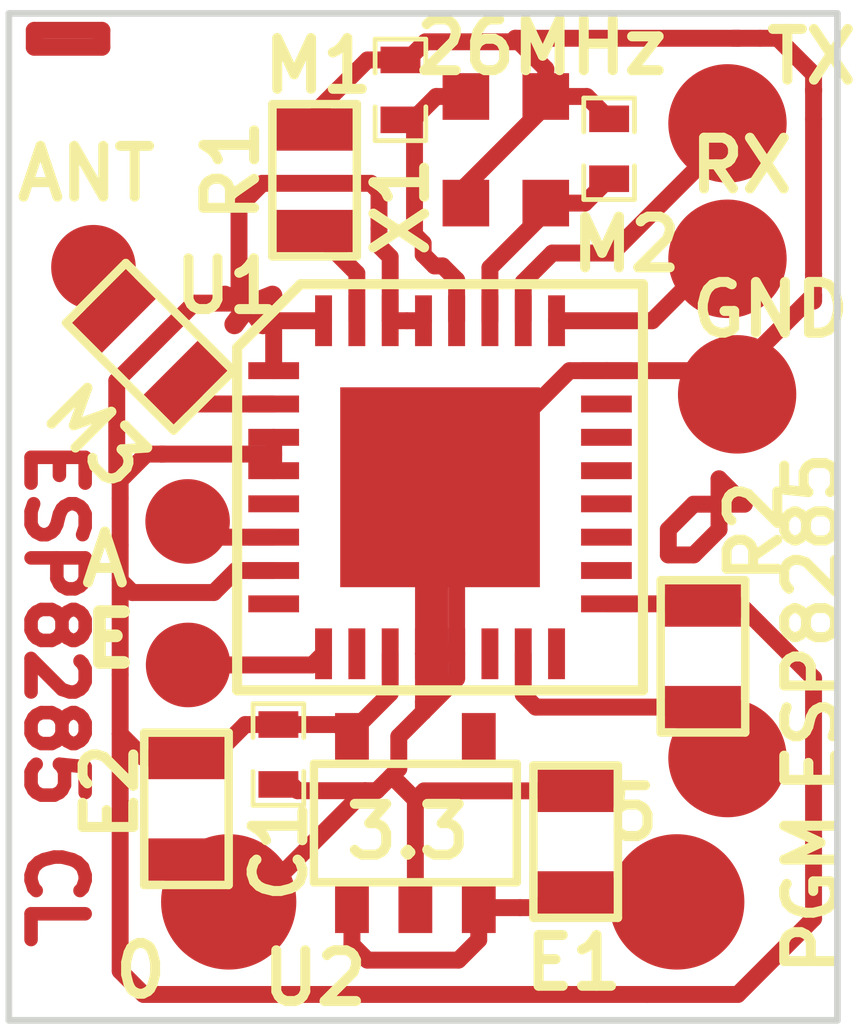
<source format=kicad_pcb>
(kicad_pcb (version 3) (host pcbnew "(2013-jul-07)-stable")

  (general
    (links 42)
    (no_connects 0)
    (area 37.863539 30.916387 54.241346 47.0523)
    (thickness 1.6)
    (drawings 6)
    (tracks 189)
    (zones 0)
    (modules 20)
    (nets 14)
  )

  (page User 139.7 139.7)
  (layers
    (15 F.Cu signal)
    (0 B.Cu signal)
    (16 B.Adhes user)
    (17 F.Adhes user)
    (18 B.Paste user)
    (19 F.Paste user)
    (20 B.SilkS user)
    (21 F.SilkS user)
    (22 B.Mask user)
    (23 F.Mask user)
    (24 Dwgs.User user)
    (25 Cmts.User user)
    (26 Eco1.User user)
    (27 Eco2.User user)
    (28 Edge.Cuts user)
  )

  (setup
    (last_trace_width 0.254)
    (trace_clearance 0.2413)
    (zone_clearance 0.508)
    (zone_45_only no)
    (trace_min 0.254)
    (segment_width 0.2)
    (edge_width 0.1)
    (via_size 0.889)
    (via_drill 0.635)
    (via_min_size 0.889)
    (via_min_drill 0.508)
    (uvia_size 0.508)
    (uvia_drill 0.127)
    (uvias_allowed no)
    (uvia_min_size 0.508)
    (uvia_min_drill 0.127)
    (pcb_text_width 0.3)
    (pcb_text_size 1.5 1.5)
    (mod_edge_width 0.15)
    (mod_text_size 0.762 0.762)
    (mod_text_width 0.15)
    (pad_size 1.27 1.27)
    (pad_drill 0)
    (pad_to_mask_clearance 0)
    (aux_axis_origin 0 0)
    (visible_elements FFFFFFBF)
    (pcbplotparams
      (layerselection 32768)
      (usegerberextensions false)
      (excludeedgelayer true)
      (linewidth 0.150000)
      (plotframeref false)
      (viasonmask false)
      (mode 1)
      (useauxorigin false)
      (hpglpennumber 1)
      (hpglpenspeed 20)
      (hpglpendiameter 15)
      (hpglpenoverlay 2)
      (psnegative false)
      (psa4output false)
      (plotreference true)
      (plotvalue true)
      (plotothertext true)
      (plotinvisibletext false)
      (padsonsilk false)
      (subtractmaskfromsilk false)
      (outputformat 2)
      (mirror false)
      (drillshape 0)
      (scaleselection 1)
      (outputdirectory ""))
  )

  (net 0 "")
  (net 1 +3.3V)
  (net 2 +5V)
  (net 3 GND)
  (net 4 N-0000010)
  (net 5 N-0000011)
  (net 6 N-0000012)
  (net 7 N-0000013)
  (net 8 N-0000014)
  (net 9 N-000002)
  (net 10 N-000006)
  (net 11 N-000007)
  (net 12 N-000008)
  (net 13 N-000009)

  (net_class Default "This is the default net class."
    (clearance 0.2413)
    (trace_width 0.254)
    (via_dia 0.889)
    (via_drill 0.635)
    (uvia_dia 0.508)
    (uvia_drill 0.127)
    (add_net "")
    (add_net +3.3V)
    (add_net +5V)
    (add_net GND)
    (add_net N-0000010)
    (add_net N-0000011)
    (add_net N-0000012)
    (add_net N-0000013)
    (add_net N-0000014)
    (add_net N-000002)
    (add_net N-000006)
    (add_net N-000007)
    (add_net N-000008)
    (add_net N-000009)
  )

  (module SOT23-5 (layer F.Cu) (tedit 5772D88E) (tstamp 576E2ACE)
    (at 47.12716 44.02836)
    (path /576C1E1A)
    (attr smd)
    (fp_text reference U2 (at -1.50876 2.32664) (layer F.SilkS)
      (effects (font (size 0.762 0.762) (thickness 0.15)))
    )
    (fp_text value 3.3 (at -0.11176 0.12954) (layer F.SilkS)
      (effects (font (size 0.762 0.762) (thickness 0.15)))
    )
    (fp_line (start 1.524 -0.889) (end 1.524 0.889) (layer F.SilkS) (width 0.127))
    (fp_line (start 1.524 0.889) (end -1.524 0.889) (layer F.SilkS) (width 0.127))
    (fp_line (start -1.524 0.889) (end -1.524 -0.889) (layer F.SilkS) (width 0.127))
    (fp_line (start -1.524 -0.889) (end 1.524 -0.889) (layer F.SilkS) (width 0.127))
    (pad 1 smd rect (at -0.9525 1.27) (size 0.508 0.762)
      (layers F.Cu F.Paste F.Mask)
      (net 2 +5V)
    )
    (pad 3 smd rect (at 0.9525 1.27) (size 0.508 0.762)
      (layers F.Cu F.Paste F.Mask)
      (net 2 +5V)
    )
    (pad 5 smd rect (at -0.9525 -1.27) (size 0.508 0.762)
      (layers F.Cu F.Paste F.Mask)
      (net 1 +3.3V)
    )
    (pad 2 smd rect (at 0 1.27) (size 0.508 0.762)
      (layers F.Cu F.Paste F.Mask)
      (net 3 GND)
    )
    (pad 4 smd rect (at 0.9525 -1.27) (size 0.508 0.762)
      (layers F.Cu F.Paste F.Mask)
    )
    (model smd/SOT23_5.wrl
      (at (xyz 0 0 0))
      (scale (xyz 0.1 0.1 0.1))
      (rotate (xyz 0 0 0))
    )
  )

  (module SM0603 (layer F.Cu) (tedit 5772D7B7) (tstamp 576E2AE5)
    (at 43.13682 36.8808 315)
    (path /576C1959)
    (attr smd)
    (fp_text reference M3 (at 0.389743 1.514071 315) (layer F.SilkS)
      (effects (font (size 0.762 0.762) (thickness 0.15)))
    )
    (fp_text value 5.6p (at 0 0 315) (layer F.SilkS) hide
      (effects (font (size 0.762 0.762) (thickness 0.15)))
    )
    (fp_line (start -1.143 -0.635) (end 1.143 -0.635) (layer F.SilkS) (width 0.127))
    (fp_line (start 1.143 -0.635) (end 1.143 0.635) (layer F.SilkS) (width 0.127))
    (fp_line (start 1.143 0.635) (end -1.143 0.635) (layer F.SilkS) (width 0.127))
    (fp_line (start -1.143 0.635) (end -1.143 -0.635) (layer F.SilkS) (width 0.127))
    (pad 1 smd rect (at -0.762 0 315) (size 0.635 1.143)
      (layers F.Cu F.Paste F.Mask)
      (net 8 N-0000014)
    )
    (pad 2 smd rect (at 0.762 0 315) (size 0.635 1.143)
      (layers F.Cu F.Paste F.Mask)
      (net 5 N-0000011)
    )
    (model smd\resistors\R0603.wrl
      (at (xyz 0 0 0.001))
      (scale (xyz 0.5 0.5 0.5))
      (rotate (xyz 0 0 0))
    )
  )

  (module SM0603 (layer F.Cu) (tedit 5772D8B0) (tstamp 576E2AF9)
    (at 51.4477 41.52646 270)
    (path /576C24A9)
    (attr smd)
    (fp_text reference R2 (at -1.87706 -0.77216 270) (layer F.SilkS)
      (effects (font (size 0.762 0.762) (thickness 0.15)))
    )
    (fp_text value 12k (at 0 0 270) (layer F.SilkS) hide
      (effects (font (size 0.762 0.762) (thickness 0.15)))
    )
    (fp_line (start -1.143 -0.635) (end 1.143 -0.635) (layer F.SilkS) (width 0.127))
    (fp_line (start 1.143 -0.635) (end 1.143 0.635) (layer F.SilkS) (width 0.127))
    (fp_line (start 1.143 0.635) (end -1.143 0.635) (layer F.SilkS) (width 0.127))
    (fp_line (start -1.143 0.635) (end -1.143 -0.635) (layer F.SilkS) (width 0.127))
    (pad 1 smd rect (at -0.762 0 270) (size 0.635 1.143)
      (layers F.Cu F.Paste F.Mask)
      (net 1 +3.3V)
    )
    (pad 2 smd rect (at 0.762 0 270) (size 0.635 1.143)
      (layers F.Cu F.Paste F.Mask)
      (net 12 N-000008)
    )
    (model smd\resistors\R0603.wrl
      (at (xyz 0 0 0.001))
      (scale (xyz 0.5 0.5 0.5))
      (rotate (xyz 0 0 0))
    )
  )

  (module QFN32 (layer F.Cu) (tedit 5772DCD1) (tstamp 576E2B24)
    (at 47.498 38.989)
    (descr "Support CMS Plcc 32 pins")
    (tags "CMS Plcc")
    (path /576C192F)
    (attr smd)
    (fp_text reference U1 (at -3.198 -3.019) (layer F.SilkS)
      (effects (font (size 0.762 0.762) (thickness 0.15)))
    )
    (fp_text value ESP8285 (at 5.588 2.032 90) (layer F.SilkS)
      (effects (font (size 0.762 0.762) (thickness 0.15)))
    )
    (fp_line (start -2.0955 -3.048) (end 2.0955 -3.048) (layer F.SilkS) (width 0.1524))
    (fp_line (start 2.0955 -3.048) (end 3.048 -3.048) (layer F.SilkS) (width 0.1524))
    (fp_line (start 3.048 -3.048) (end 3.048 3.048) (layer F.SilkS) (width 0.1524))
    (fp_line (start 3.048 3.048) (end -3.048 3.048) (layer F.SilkS) (width 0.1524))
    (fp_line (start -3.048 3.048) (end -3.048 -2.0955) (layer F.SilkS) (width 0.1524))
    (fp_line (start -3.048 -2.0955) (end -2.0955 -3.048) (layer F.SilkS) (width 0.1524))
    (pad 31 smd rect (at -1.24968 -2.49936) (size 0.254 0.762)
      (layers F.Cu F.Paste F.Mask)
      (net 7 N-0000013)
    )
    (pad 30 smd rect (at -0.7493 -2.49936) (size 0.254 0.762)
      (layers F.Cu F.Paste F.Mask)
      (net 1 +3.3V)
    )
    (pad 29 smd rect (at -0.24892 -2.49936) (size 0.254 0.762)
      (layers F.Cu F.Paste F.Mask)
      (net 1 +3.3V)
    )
    (pad 32 smd rect (at -1.75006 -2.49936) (size 0.254 0.762)
      (layers F.Cu F.Paste F.Mask)
      (net 1 +3.3V)
    )
    (pad 1 smd rect (at -2.49936 -1.75006 90) (size 0.254 0.762)
      (layers F.Cu F.Paste F.Mask)
      (net 1 +3.3V)
    )
    (pad 2 smd rect (at -2.49936 -1.24968 90) (size 0.254 0.762)
      (layers F.Cu F.Paste F.Mask)
      (net 5 N-0000011)
    )
    (pad 3 smd rect (at -2.49936 -0.7493 90) (size 0.254 0.762)
      (layers F.Cu F.Paste F.Mask)
      (net 1 +3.3V)
    )
    (pad 4 smd rect (at -2.49936 -0.24892 90) (size 0.254 0.762)
      (layers F.Cu F.Paste F.Mask)
      (net 1 +3.3V)
    )
    (pad 5 smd rect (at -2.49936 0.24892 90) (size 0.254 0.762)
      (layers F.Cu F.Paste F.Mask)
    )
    (pad 6 smd rect (at -2.49936 0.7493 90) (size 0.254 0.762)
      (layers F.Cu F.Paste F.Mask)
      (net 9 N-000002)
    )
    (pad 7 smd rect (at -2.49936 1.24968 90) (size 0.254 0.762)
      (layers F.Cu F.Paste F.Mask)
      (net 1 +3.3V)
    )
    (pad 8 smd rect (at -2.49936 1.75006 90) (size 0.254 0.762)
      (layers F.Cu F.Paste F.Mask)
    )
    (pad 16 smd rect (at 1.75006 2.49936) (size 0.254 0.762)
      (layers F.Cu F.Paste F.Mask)
    )
    (pad 9 smd rect (at -1.75006 2.49936) (size 0.254 0.762)
      (layers F.Cu F.Paste F.Mask)
      (net 13 N-000009)
    )
    (pad 10 smd rect (at -1.24968 2.49936) (size 0.254 0.762)
      (layers F.Cu F.Paste F.Mask)
    )
    (pad 11 smd rect (at -0.7493 2.49936) (size 0.254 0.762)
      (layers F.Cu F.Paste F.Mask)
      (net 1 +3.3V)
    )
    (pad 12 smd rect (at -0.24892 2.49936) (size 0.254 0.762)
      (layers F.Cu F.Paste F.Mask)
      (net 3 GND)
    )
    (pad 13 smd rect (at 0.24892 2.49936) (size 0.254 0.762)
      (layers F.Cu F.Paste F.Mask)
      (net 3 GND)
    )
    (pad 14 smd rect (at 0.7493 2.49936) (size 0.254 0.762)
      (layers F.Cu F.Paste F.Mask)
    )
    (pad 15 smd rect (at 1.24968 2.49936) (size 0.254 0.762)
      (layers F.Cu F.Paste F.Mask)
      (net 12 N-000008)
    )
    (pad 17 smd rect (at 2.49936 1.75006 90) (size 0.254 0.762)
      (layers F.Cu F.Paste F.Mask)
      (net 1 +3.3V)
    )
    (pad 18 smd rect (at 2.49936 1.24968 90) (size 0.254 0.762)
      (layers F.Cu F.Paste F.Mask)
    )
    (pad 19 smd rect (at 2.49936 0.7493 90) (size 0.254 0.762)
      (layers F.Cu F.Paste F.Mask)
    )
    (pad 20 smd rect (at 2.49936 0.24892 90) (size 0.254 0.762)
      (layers F.Cu F.Paste F.Mask)
    )
    (pad 21 smd rect (at 2.49936 -0.24892 90) (size 0.254 0.762)
      (layers F.Cu F.Paste F.Mask)
    )
    (pad 22 smd rect (at 2.49936 -0.7493 90) (size 0.254 0.762)
      (layers F.Cu F.Paste F.Mask)
    )
    (pad 23 smd rect (at 2.49936 -1.24968 90) (size 0.254 0.762)
      (layers F.Cu F.Paste F.Mask)
    )
    (pad 24 smd rect (at 2.49936 -1.75006 90) (size 0.254 0.762)
      (layers F.Cu F.Paste F.Mask)
      (net 3 GND)
    )
    (pad 25 smd rect (at 1.75006 -2.49936) (size 0.254 0.762)
      (layers F.Cu F.Paste F.Mask)
      (net 11 N-000007)
    )
    (pad 26 smd rect (at 1.24968 -2.49936) (size 0.254 0.762)
      (layers F.Cu F.Paste F.Mask)
      (net 10 N-000006)
    )
    (pad 27 smd rect (at 0.7493 -2.49936) (size 0.254 0.762)
      (layers F.Cu F.Paste F.Mask)
      (net 6 N-0000012)
    )
    (pad 28 smd rect (at 0.24892 -2.49936) (size 0.254 0.762)
      (layers F.Cu F.Paste F.Mask)
      (net 4 N-0000010)
    )
    (pad 33 smd rect (at 0 0) (size 2.99974 2.99974)
      (layers F.Cu F.Paste F.Mask)
      (net 3 GND)
    )
  )

  (module .1SMTPIN (layer F.Cu) (tedit 5772DDF2) (tstamp 576E2B63)
    (at 42.291 35.687)
    (path /576C1D0E)
    (fp_text reference P4 (at 0 0) (layer F.SilkS) hide
      (effects (font (size 0.762 0.762) (thickness 0.15)))
    )
    (fp_text value ANT (at -0.10668 -1.40462) (layer F.SilkS)
      (effects (font (size 0.762 0.762) (thickness 0.15)))
    )
    (pad 1 smd circle (at 0 0) (size 1.27 1.27)
      (layers F.Cu F.Paste F.Mask)
      (net 8 N-0000014)
    )
  )

  (module .1SMTPIN (layer F.Cu) (tedit 5772DBB3) (tstamp 576E2B68)
    (at 51.816 33.528)
    (path /576C2572)
    (fp_text reference P2 (at -0.07 1.6 90) (layer F.SilkS) hide
      (effects (font (size 0.762 0.762) (thickness 0.15)))
    )
    (fp_text value TX (at 1.26238 -1.00076) (layer F.SilkS)
      (effects (font (size 0.762 0.762) (thickness 0.15)))
    )
    (pad 1 smd circle (at 0 0) (size 1.778 1.778)
      (layers F.Cu F.Paste F.Mask)
      (net 10 N-000006)
    )
  )

  (module .1SMTPIN (layer F.Cu) (tedit 5772D48E) (tstamp 576C3082)
    (at 51.816 35.56)
    (path /576C2578)
    (fp_text reference P1 (at 0 0) (layer F.SilkS) hide
      (effects (font (size 0.762 0.762) (thickness 0.15)))
    )
    (fp_text value RX (at 0.21 -1.4) (layer F.SilkS)
      (effects (font (size 0.762 0.762) (thickness 0.15)))
    )
    (pad 1 smd circle (at 0 0) (size 1.778 1.778)
      (layers F.Cu F.Paste F.Mask)
      (net 11 N-000007)
    )
  )

  (module .1SMTPIN (layer F.Cu) (tedit 5772D48A) (tstamp 576E2B72)
    (at 51.96078 37.59454)
    (path /576C257E)
    (fp_text reference P3 (at 0 0) (layer F.SilkS) hide
      (effects (font (size 0.762 0.762) (thickness 0.15)))
    )
    (fp_text value GND (at 0.5 -1.27) (layer F.SilkS)
      (effects (font (size 0.762 0.762) (thickness 0.15)))
    )
    (pad 1 smd circle (at 0 0) (size 1.778 1.778)
      (layers F.Cu F.Paste F.Mask)
      (net 3 GND)
    )
  )

  (module XTAL4TINY (layer F.Cu) (tedit 5772DBAE) (tstamp 576C2761)
    (at 48.48606 33.92424 270)
    (path /576C19C1)
    (fp_text reference X1 (at 0.84836 1.57226 270) (layer F.SilkS)
      (effects (font (size 0.762 0.762) (thickness 0.15)))
    )
    (fp_text value 26MHz (at -1.53924 -0.53594 360) (layer F.SilkS)
      (effects (font (size 0.762 0.762) (thickness 0.15)))
    )
    (pad 1 smd rect (at -0.8 0.6 270) (size 0.7 0.7)
      (layers F.Cu F.Paste F.Mask)
      (net 4 N-0000010)
    )
    (pad 2 smd rect (at 0.8 -0.6 270) (size 0.7 0.7)
      (layers F.Cu F.Paste F.Mask)
      (net 6 N-0000012)
    )
    (pad 3 smd rect (at -0.8 -0.6 270) (size 0.7 0.7)
      (layers F.Cu F.Paste F.Mask)
      (net 3 GND)
    )
    (pad 4 smd rect (at 0.8 0.6 270) (size 0.7 0.7)
      (layers F.Cu F.Paste F.Mask)
      (net 3 GND)
    )
  )

  (module SM0402 (layer F.Cu) (tedit 5772D79C) (tstamp 576C2BBA)
    (at 46.90364 33.02508 90)
    (path /576C2FB6)
    (attr smd)
    (fp_text reference M1 (at 0.36068 -1.23444 180) (layer F.SilkS)
      (effects (font (size 0.762 0.762) (thickness 0.15)))
    )
    (fp_text value 5.6p (at 0.09906 0 90) (layer F.SilkS) hide
      (effects (font (size 0.762 0.762) (thickness 0.15)))
    )
    (fp_line (start -0.254 -0.381) (end -0.762 -0.381) (layer F.SilkS) (width 0.07112))
    (fp_line (start -0.762 -0.381) (end -0.762 0.381) (layer F.SilkS) (width 0.07112))
    (fp_line (start -0.762 0.381) (end -0.254 0.381) (layer F.SilkS) (width 0.07112))
    (fp_line (start 0.254 -0.381) (end 0.762 -0.381) (layer F.SilkS) (width 0.07112))
    (fp_line (start 0.762 -0.381) (end 0.762 0.381) (layer F.SilkS) (width 0.07112))
    (fp_line (start 0.762 0.381) (end 0.254 0.381) (layer F.SilkS) (width 0.07112))
    (pad 1 smd rect (at -0.44958 0 90) (size 0.39878 0.59944)
      (layers F.Cu F.Paste F.Mask)
      (net 4 N-0000010)
    )
    (pad 2 smd rect (at 0.44958 0 90) (size 0.39878 0.59944)
      (layers F.Cu F.Paste F.Mask)
      (net 3 GND)
    )
    (model smd\chip_cms.wrl
      (at (xyz 0 0 0.002))
      (scale (xyz 0.05 0.05 0.05))
      (rotate (xyz 0 0 0))
    )
  )

  (module SM0402 (layer F.Cu) (tedit 5772D7AF) (tstamp 576C2BC6)
    (at 50.038 33.909 90)
    (path /576C2CF8)
    (attr smd)
    (fp_text reference M2 (at -1.4351 0.25654 180) (layer F.SilkS)
      (effects (font (size 0.762 0.762) (thickness 0.15)))
    )
    (fp_text value 5.6p (at 0.09906 0 90) (layer F.SilkS) hide
      (effects (font (size 0.762 0.762) (thickness 0.15)))
    )
    (fp_line (start -0.254 -0.381) (end -0.762 -0.381) (layer F.SilkS) (width 0.07112))
    (fp_line (start -0.762 -0.381) (end -0.762 0.381) (layer F.SilkS) (width 0.07112))
    (fp_line (start -0.762 0.381) (end -0.254 0.381) (layer F.SilkS) (width 0.07112))
    (fp_line (start 0.254 -0.381) (end 0.762 -0.381) (layer F.SilkS) (width 0.07112))
    (fp_line (start 0.762 -0.381) (end 0.762 0.381) (layer F.SilkS) (width 0.07112))
    (fp_line (start 0.762 0.381) (end 0.254 0.381) (layer F.SilkS) (width 0.07112))
    (pad 1 smd rect (at -0.44958 0 90) (size 0.39878 0.59944)
      (layers F.Cu F.Paste F.Mask)
      (net 6 N-0000012)
    )
    (pad 2 smd rect (at 0.44958 0 90) (size 0.39878 0.59944)
      (layers F.Cu F.Paste F.Mask)
      (net 3 GND)
    )
    (model smd\chip_cms.wrl
      (at (xyz 0 0 0.002))
      (scale (xyz 0.05 0.05 0.05))
      (rotate (xyz 0 0 0))
    )
  )

  (module SM0603 (layer F.Cu) (tedit 576C540A) (tstamp 576E2AEF)
    (at 45.61332 34.38144 270)
    (path /576C1B09)
    (attr smd)
    (fp_text reference R1 (at -0.15 1.253 270) (layer F.SilkS)
      (effects (font (size 0.762 0.762) (thickness 0.15)))
    )
    (fp_text value 12k (at 0 0 270) (layer F.SilkS) hide
      (effects (font (size 0.762 0.762) (thickness 0.15)))
    )
    (fp_line (start -1.143 -0.635) (end 1.143 -0.635) (layer F.SilkS) (width 0.127))
    (fp_line (start 1.143 -0.635) (end 1.143 0.635) (layer F.SilkS) (width 0.127))
    (fp_line (start 1.143 0.635) (end -1.143 0.635) (layer F.SilkS) (width 0.127))
    (fp_line (start -1.143 0.635) (end -1.143 -0.635) (layer F.SilkS) (width 0.127))
    (pad 1 smd rect (at -0.762 0 270) (size 0.635 1.143)
      (layers F.Cu F.Paste F.Mask)
      (net 3 GND)
    )
    (pad 2 smd rect (at 0.762 0 270) (size 0.635 1.143)
      (layers F.Cu F.Paste F.Mask)
      (net 7 N-0000013)
    )
    (model smd\resistors\R0603.wrl
      (at (xyz 0 0 0.001))
      (scale (xyz 0.5 0.5 0.5))
      (rotate (xyz 0 0 0))
    )
  )

  (module .1SMTPIN (layer F.Cu) (tedit 5772DD68) (tstamp 576C3DA8)
    (at 43.70324 39.50208)
    (path /576C2F50)
    (fp_text reference P5 (at 0.56 -1.13) (layer F.SilkS) hide
      (effects (font (size 0.762 0.762) (thickness 0.15)))
    )
    (fp_text value A (at -1.24 0.57) (layer F.SilkS)
      (effects (font (size 0.762 0.762) (thickness 0.15)))
    )
    (pad 1 smd circle (at 0.00254 0) (size 1.27 1.27)
      (layers F.Cu F.Paste F.Mask)
      (net 9 N-000002)
    )
  )

  (module SM0603 (layer F.Cu) (tedit 5772DB81) (tstamp 576C36C2)
    (at 43.688 43.815 90)
    (path /576C3722)
    (attr smd)
    (fp_text reference E2 (at 0.254 -1.143 90) (layer F.SilkS)
      (effects (font (size 0.762 0.762) (thickness 0.15)))
    )
    (fp_text value 10u (at 0 0 90) (layer F.SilkS) hide
      (effects (font (size 0.762 0.762) (thickness 0.15)))
    )
    (fp_line (start -1.143 -0.635) (end 1.143 -0.635) (layer F.SilkS) (width 0.127))
    (fp_line (start 1.143 -0.635) (end 1.143 0.635) (layer F.SilkS) (width 0.127))
    (fp_line (start 1.143 0.635) (end -1.143 0.635) (layer F.SilkS) (width 0.127))
    (fp_line (start -1.143 0.635) (end -1.143 -0.635) (layer F.SilkS) (width 0.127))
    (pad 1 smd rect (at -0.762 0 90) (size 0.635 1.143)
      (layers F.Cu F.Paste F.Mask)
      (net 3 GND)
    )
    (pad 2 smd rect (at 0.762 0 90) (size 0.635 1.143)
      (layers F.Cu F.Paste F.Mask)
      (net 1 +3.3V)
    )
    (model smd\resistors\R0603.wrl
      (at (xyz 0 0 0.001))
      (scale (xyz 0.5 0.5 0.5))
      (rotate (xyz 0 0 0))
    )
  )

  (module SM0603 (layer F.Cu) (tedit 5772D7C8) (tstamp 576C36CC)
    (at 49.53508 44.30776 270)
    (path /576C372A)
    (attr smd)
    (fp_text reference E1 (at 1.81864 0.03048 360) (layer F.SilkS)
      (effects (font (size 0.762 0.762) (thickness 0.15)))
    )
    (fp_text value 10u (at 0 0 270) (layer F.SilkS) hide
      (effects (font (size 0.762 0.762) (thickness 0.15)))
    )
    (fp_line (start -1.143 -0.635) (end 1.143 -0.635) (layer F.SilkS) (width 0.127))
    (fp_line (start 1.143 -0.635) (end 1.143 0.635) (layer F.SilkS) (width 0.127))
    (fp_line (start 1.143 0.635) (end -1.143 0.635) (layer F.SilkS) (width 0.127))
    (fp_line (start -1.143 0.635) (end -1.143 -0.635) (layer F.SilkS) (width 0.127))
    (pad 1 smd rect (at -0.762 0 270) (size 0.635 1.143)
      (layers F.Cu F.Paste F.Mask)
      (net 3 GND)
    )
    (pad 2 smd rect (at 0.762 0 270) (size 0.635 1.143)
      (layers F.Cu F.Paste F.Mask)
      (net 2 +5V)
    )
    (model smd\resistors\R0603.wrl
      (at (xyz 0 0 0.001))
      (scale (xyz 0.5 0.5 0.5))
      (rotate (xyz 0 0 0))
    )
  )

  (module SM0402 (layer F.Cu) (tedit 5772DB86) (tstamp 576C36D8)
    (at 45.06976 42.99966 90)
    (path /576C2DFD)
    (attr smd)
    (fp_text reference C1 (at -1.45034 0.01524 90) (layer F.SilkS)
      (effects (font (size 0.762 0.762) (thickness 0.15)))
    )
    (fp_text value .1u (at 0.09906 0 90) (layer F.SilkS) hide
      (effects (font (size 0.762 0.762) (thickness 0.15)))
    )
    (fp_line (start -0.254 -0.381) (end -0.762 -0.381) (layer F.SilkS) (width 0.07112))
    (fp_line (start -0.762 -0.381) (end -0.762 0.381) (layer F.SilkS) (width 0.07112))
    (fp_line (start -0.762 0.381) (end -0.254 0.381) (layer F.SilkS) (width 0.07112))
    (fp_line (start 0.254 -0.381) (end 0.762 -0.381) (layer F.SilkS) (width 0.07112))
    (fp_line (start 0.762 -0.381) (end 0.762 0.381) (layer F.SilkS) (width 0.07112))
    (fp_line (start 0.762 0.381) (end 0.254 0.381) (layer F.SilkS) (width 0.07112))
    (pad 1 smd rect (at -0.44958 0 90) (size 0.39878 0.59944)
      (layers F.Cu F.Paste F.Mask)
      (net 3 GND)
    )
    (pad 2 smd rect (at 0.44958 0 90) (size 0.39878 0.59944)
      (layers F.Cu F.Paste F.Mask)
      (net 1 +3.3V)
    )
    (model smd\chip_cms.wrl
      (at (xyz 0 0 0.002))
      (scale (xyz 0.05 0.05 0.05))
      (rotate (xyz 0 0 0))
    )
  )

  (module .1SMTPIN (layer F.Cu) (tedit 5772D8D9) (tstamp 576C36F5)
    (at 51.054 45.212)
    (path /576C373C)
    (fp_text reference P7 (at 0 0) (layer F.SilkS) hide
      (effects (font (size 0.762 0.762) (thickness 0.15)))
    )
    (fp_text value 5 (at -0.65786 -1.3335) (layer F.SilkS)
      (effects (font (size 0.762 0.762) (thickness 0.15)))
    )
    (pad 1 smd circle (at 0 0) (size 2.032 2.032)
      (layers F.Cu F.Paste F.Mask)
      (net 2 +5V)
    )
  )

  (module .1SMTPIN (layer F.Cu) (tedit 5772D89F) (tstamp 576C36FA)
    (at 44.323 45.212)
    (path /576C377C)
    (fp_text reference P6 (at 0 0) (layer F.SilkS) hide
      (effects (font (size 0.762 0.762) (thickness 0.15)))
    )
    (fp_text value 0 (at -1.32334 1.03378) (layer F.SilkS)
      (effects (font (size 0.762 0.762) (thickness 0.15)))
    )
    (pad 1 smd circle (at 0 0) (size 2.032 2.032)
      (layers F.Cu F.Paste F.Mask)
      (net 3 GND)
    )
  )

  (module .1SMTPIN (layer F.Cu) (tedit 5772DCD5) (tstamp 5772DB71)
    (at 51.816 43.053)
    (path /5772D3E9)
    (fp_text reference P8 (at 0 0) (layer F.SilkS) hide
      (effects (font (size 0.762 0.762) (thickness 0.15)))
    )
    (fp_text value PGM (at 1.27 2.032 90) (layer F.SilkS)
      (effects (font (size 0.762 0.762) (thickness 0.15)))
    )
    (pad 1 smd circle (at 0 0) (size 1.778 1.778)
      (layers F.Cu F.Paste F.Mask)
      (net 12 N-000008)
    )
  )

  (module .1SMTPIN (layer F.Cu) (tedit 5772DD6D) (tstamp 5772DB29)
    (at 43.688 41.656)
    (path /5772DB40)
    (fp_text reference P9 (at 0 0) (layer F.SilkS) hide
      (effects (font (size 1.524 1.524) (thickness 0.3048)))
    )
    (fp_text value E (at -1.143 -0.381) (layer F.SilkS)
      (effects (font (size 0.762 0.762) (thickness 0.1905)))
    )
    (pad 1 smd circle (at 0.0254 0) (size 1.27 1.27)
      (layers F.Cu F.Paste F.Mask)
      (net 13 N-000009)
    )
  )

  (gr_line (start 41.021 31.877) (end 53.467 31.877) (angle 90) (layer Edge.Cuts) (width 0.1))
  (gr_line (start 41.021 46.99) (end 41.021 31.877) (angle 90) (layer Edge.Cuts) (width 0.1))
  (gr_line (start 53.467 46.99) (end 41.021 46.99) (angle 90) (layer Edge.Cuts) (width 0.1))
  (gr_line (start 53.467 46.99) (end 53.467 31.877) (angle 90) (layer Edge.Cuts) (width 0.1) (tstamp 5772DA23))
  (gr_text "ESP8285 CL" (at 41.7195 42.1005 270) (layer F.Cu)
    (effects (font (size 0.8128 0.8128) (thickness 0.2032)))
  )
  (gr_text * (at 44.62272 36.72078) (layer F.Cu)
    (effects (font (size 1.5 1.5) (thickness 0.3)))
  )

  (segment (start 42.418 32.131) (end 42.418 32.385) (width 0.254) (layer F.Cu) (net 0))
  (segment (start 41.402 32.131) (end 42.418 32.131) (width 0.254) (layer F.Cu) (net 0))
  (segment (start 41.402 32.385) (end 41.402 32.131) (width 0.254) (layer F.Cu) (net 0) (tstamp 5772DDCD))
  (segment (start 42.418 32.385) (end 41.402 32.385) (width 0.254) (layer F.Cu) (net 0) (tstamp 5772DDCC))
  (segment (start 51.689 39.243) (end 51.689 38.862) (width 0.254) (layer F.Cu) (net 0))
  (segment (start 52.07 39.243) (end 51.689 39.243) (width 0.254) (layer F.Cu) (net 0) (tstamp 5772D9BF))
  (segment (start 51.689 38.862) (end 52.07 39.243) (width 0.254) (layer F.Cu) (net 0) (tstamp 5772D9BD))
  (segment (start 50.927 40.005) (end 50.927 39.624) (width 0.254) (layer F.Cu) (net 0))
  (segment (start 51.308 40.005) (end 50.927 40.005) (width 0.254) (layer F.Cu) (net 0) (tstamp 5772D9BA))
  (segment (start 51.689 39.624) (end 51.308 40.005) (width 0.254) (layer F.Cu) (net 0) (tstamp 5772D9B7))
  (segment (start 51.689 39.243) (end 51.689 39.624) (width 0.254) (layer F.Cu) (net 0) (tstamp 5772D9B6))
  (segment (start 51.308 39.243) (end 51.689 39.243) (width 0.254) (layer F.Cu) (net 0) (tstamp 5772D9B1))
  (segment (start 50.927 39.624) (end 51.308 39.243) (width 0.254) (layer F.Cu) (net 0) (tstamp 5772D9AF))
  (segment (start 43.688 43.053) (end 43.053 43.053) (width 0.254) (layer F.Cu) (net 1))
  (segment (start 43.053 43.053) (end 42.69232 42.69232) (width 0.254) (layer F.Cu) (net 1) (tstamp 5772DB49))
  (segment (start 43.688 43.053) (end 44.069 43.053) (width 0.254) (layer F.Cu) (net 1))
  (segment (start 44.57192 42.55008) (end 45.06976 42.55008) (width 0.254) (layer F.Cu) (net 1) (tstamp 5772DB11))
  (segment (start 44.069 43.053) (end 44.57192 42.55008) (width 0.254) (layer F.Cu) (net 1) (tstamp 5772DB10))
  (segment (start 53.10886 44.09694) (end 53.10886 44.23664) (width 0.254) (layer F.Cu) (net 1))
  (segment (start 51.97094 46.60138) (end 53.10886 45.46346) (width 0.254) (layer F.Cu) (net 1) (tstamp 5772D6BD))
  (segment (start 53.10886 45.46346) (end 53.10886 44.23664) (width 0.254) (layer F.Cu) (net 1) (tstamp 5772D6BE))
  (segment (start 51.97094 46.60138) (end 50.61966 46.60138) (width 0.254) (layer F.Cu) (net 1))
  (segment (start 46.17466 42.75836) (end 46.29912 42.6339) (width 0.254) (layer F.Cu) (net 1))
  (segment (start 46.7487 42.08272) (end 46.7487 41.48836) (width 0.254) (layer F.Cu) (net 1) (tstamp 5772D66B))
  (segment (start 46.29912 42.5323) (end 46.7487 42.08272) (width 0.254) (layer F.Cu) (net 1) (tstamp 5772D66A))
  (segment (start 46.29912 42.6339) (end 46.29912 42.5323) (width 0.254) (layer F.Cu) (net 1) (tstamp 5772D669))
  (segment (start 46.17466 42.75836) (end 45.96638 42.55008) (width 0.254) (layer F.Cu) (net 1))
  (segment (start 45.96638 42.55008) (end 45.06976 42.55008) (width 0.254) (layer F.Cu) (net 1) (tstamp 5772D65C))
  (segment (start 51.4477 40.76446) (end 52.0192 40.76446) (width 0.254) (layer F.Cu) (net 1))
  (segment (start 52.0192 40.76446) (end 53.10886 41.85412) (width 0.254) (layer F.Cu) (net 1) (tstamp 5772D649))
  (segment (start 53.10886 41.85412) (end 53.10886 44.09694) (width 0.254) (layer F.Cu) (net 1) (tstamp 5772D64A))
  (segment (start 53.10886 44.09694) (end 53.10886 44.0944) (width 0.254) (layer F.Cu) (net 1) (tstamp 5772D6D2))
  (segment (start 50.60188 46.60138) (end 50.61966 46.60138) (width 0.254) (layer F.Cu) (net 1) (tstamp 5772D64E))
  (segment (start 50.61966 46.60138) (end 43.04538 46.60138) (width 0.254) (layer F.Cu) (net 1) (tstamp 5772D6BB))
  (segment (start 43.04538 46.60138) (end 42.69232 46.24832) (width 0.254) (layer F.Cu) (net 1) (tstamp 5772D650))
  (segment (start 42.69232 46.24832) (end 42.69232 42.69232) (width 0.254) (layer F.Cu) (net 1) (tstamp 5772D651))
  (segment (start 42.69232 42.69232) (end 42.69232 41.80332) (width 0.254) (layer F.Cu) (net 1) (tstamp 5772DB4C))
  (segment (start 42.69232 40.386) (end 42.69232 40.8813) (width 0.254) (layer F.Cu) (net 1) (tstamp 5772CED4))
  (segment (start 42.69232 41.80332) (end 42.69232 40.8813) (width 0.254) (layer F.Cu) (net 1) (tstamp 5772D665))
  (segment (start 51.4477 40.76446) (end 51.4223 40.73906) (width 0.254) (layer F.Cu) (net 1))
  (segment (start 51.4223 40.73906) (end 49.99736 40.73906) (width 0.254) (layer F.Cu) (net 1) (tstamp 5772D431))
  (segment (start 46.7487 36.48964) (end 46.7487 35.53206) (width 0.254) (layer F.Cu) (net 1))
  (segment (start 44.47794 34.77768) (end 44.82846 34.42716) (width 0.254) (layer F.Cu) (net 1) (tstamp 5772CF24))
  (segment (start 44.82846 34.42716) (end 46.45914 34.42716) (width 0.254) (layer F.Cu) (net 1) (tstamp 5772CF25))
  (segment (start 46.45914 34.42716) (end 46.58106 34.54908) (width 0.254) (layer F.Cu) (net 1) (tstamp 5772CF26))
  (segment (start 46.58106 34.54908) (end 46.58106 35.10534) (width 0.254) (layer F.Cu) (net 1) (tstamp 5772CF27))
  (segment (start 44.47794 34.77768) (end 44.47794 36.22548) (width 0.254) (layer F.Cu) (net 1) (tstamp 5772CF74))
  (segment (start 46.58106 35.36442) (end 46.58106 35.10534) (width 0.254) (layer F.Cu) (net 1) (tstamp 5772CFA1))
  (segment (start 46.7487 35.53206) (end 46.58106 35.36442) (width 0.254) (layer F.Cu) (net 1) (tstamp 5772CFA0))
  (segment (start 44.47794 36.22548) (end 43.80738 36.22548) (width 0.254) (layer F.Cu) (net 1))
  (segment (start 43.80738 36.22548) (end 42.64152 37.39134) (width 0.254) (layer F.Cu) (net 1) (tstamp 5772CF76))
  (segment (start 42.64152 37.39134) (end 42.64152 38.83406) (width 0.254) (layer F.Cu) (net 1) (tstamp 5772CF77))
  (segment (start 42.64152 38.83406) (end 42.69232 38.88486) (width 0.254) (layer F.Cu) (net 1) (tstamp 5772CF79))
  (segment (start 44.47794 36.23564) (end 44.47794 36.22548) (width 0.254) (layer F.Cu) (net 1))
  (segment (start 44.6786 36.23564) (end 44.47794 36.23564) (width 0.254) (layer F.Cu) (net 1) (tstamp 5772CF04))
  (segment (start 44.99864 36.55568) (end 44.6786 36.23564) (width 0.254) (layer F.Cu) (net 1))
  (segment (start 46.7487 36.48964) (end 47.00016 36.48964) (width 0.254) (layer F.Cu) (net 1))
  (segment (start 47.00016 36.48964) (end 47.24908 36.48964) (width 0.254) (layer F.Cu) (net 1) (tstamp 5772CF2C))
  (segment (start 44.99864 37.23894) (end 44.99864 36.55568) (width 0.254) (layer F.Cu) (net 1))
  (segment (start 45.06468 36.48964) (end 45.74794 36.48964) (width 0.254) (layer F.Cu) (net 1) (tstamp 5772CF01))
  (segment (start 44.99864 36.55568) (end 45.06468 36.48964) (width 0.254) (layer F.Cu) (net 1) (tstamp 5772CF00))
  (segment (start 43.30954 38.49116) (end 43.08602 38.49116) (width 0.254) (layer F.Cu) (net 1))
  (segment (start 43.08602 38.49116) (end 42.69232 38.88486) (width 0.254) (layer F.Cu) (net 1) (tstamp 5772CEE4))
  (segment (start 42.69232 39.15664) (end 42.69232 39.85768) (width 0.254) (layer F.Cu) (net 1) (tstamp 5772CE98))
  (segment (start 42.69232 39.85768) (end 42.69232 40.386) (width 0.254) (layer F.Cu) (net 1))
  (segment (start 42.69232 38.88486) (end 42.69232 39.15664) (width 0.254) (layer F.Cu) (net 1) (tstamp 5772CEE5))
  (segment (start 44.99864 40.23868) (end 44.42968 40.23868) (width 0.254) (layer F.Cu) (net 1))
  (segment (start 44.42968 40.23868) (end 44.09948 40.56888) (width 0.254) (layer F.Cu) (net 1) (tstamp 5772CECF))
  (segment (start 44.09948 40.56888) (end 42.8752 40.56888) (width 0.254) (layer F.Cu) (net 1) (tstamp 5772CED0))
  (segment (start 42.8752 40.56888) (end 42.69232 40.386) (width 0.254) (layer F.Cu) (net 1) (tstamp 5772CED1))
  (segment (start 44.99864 38.49116) (end 43.30954 38.49116) (width 0.254) (layer F.Cu) (net 1))
  (segment (start 43.30954 38.49116) (end 43.3578 38.49116) (width 0.254) (layer F.Cu) (net 1) (tstamp 5772CEE2))
  (segment (start 44.99864 38.74008) (end 44.99864 38.49116) (width 0.254) (layer F.Cu) (net 1))
  (segment (start 44.99864 38.49116) (end 44.99864 38.2397) (width 0.254) (layer F.Cu) (net 1) (tstamp 5772CE95))
  (segment (start 49.12614 45.2628) (end 49.12614 45.15866) (width 0.254) (layer F.Cu) (net 2))
  (segment (start 49.01946 45.2628) (end 49.12614 45.2628) (width 0.254) (layer F.Cu) (net 2))
  (segment (start 49.12614 45.2628) (end 51.21148 45.2628) (width 0.254) (layer F.Cu) (net 2) (tstamp 5772D6EC))
  (segment (start 51.21148 45.2628) (end 51.31308 45.1612) (width 0.254) (layer F.Cu) (net 2) (tstamp 5772D6E9))
  (segment (start 48.07966 45.29836) (end 48.07966 45.78096) (width 0.254) (layer F.Cu) (net 2))
  (segment (start 46.17466 45.85462) (end 46.17466 45.29836) (width 0.254) (layer F.Cu) (net 2) (tstamp 5772D644))
  (segment (start 46.4058 46.08576) (end 46.17466 45.85462) (width 0.254) (layer F.Cu) (net 2) (tstamp 5772D643))
  (segment (start 47.77486 46.08576) (end 46.4058 46.08576) (width 0.254) (layer F.Cu) (net 2) (tstamp 5772D642))
  (segment (start 48.07966 45.78096) (end 47.77486 46.08576) (width 0.254) (layer F.Cu) (net 2) (tstamp 5772D641))
  (segment (start 49.0855 45.19676) (end 49.01946 45.2628) (width 0.254) (layer F.Cu) (net 2))
  (segment (start 49.01946 45.2628) (end 48.9839 45.29836) (width 0.254) (layer F.Cu) (net 2) (tstamp 5772D6E7))
  (segment (start 48.9839 45.29836) (end 48.69942 45.29836) (width 0.254) (layer F.Cu) (net 2) (tstamp 5772D63C))
  (segment (start 48.69942 45.29836) (end 48.07966 45.29836) (width 0.254) (layer F.Cu) (net 2) (tstamp 5772D6AD))
  (segment (start 50.038 33.45942) (end 49.70282 33.12424) (width 0.254) (layer F.Cu) (net 3))
  (segment (start 49.70282 33.12424) (end 49.08606 33.12424) (width 0.254) (layer F.Cu) (net 3) (tstamp 5772DD98))
  (segment (start 53.10886 33.02) (end 53.10886 32.78886) (width 0.254) (layer F.Cu) (net 3))
  (segment (start 52.30622 32.25038) (end 51.98364 32.25038) (width 0.254) (layer F.Cu) (net 3))
  (segment (start 52.57038 32.25038) (end 52.30622 32.25038) (width 0.254) (layer F.Cu) (net 3) (tstamp 5772DD7A))
  (segment (start 53.10886 32.78886) (end 52.57038 32.25038) (width 0.254) (layer F.Cu) (net 3) (tstamp 5772DD79))
  (segment (start 44.323 45.212) (end 44.704 45.212) (width 0.254) (layer F.Cu) (net 3))
  (segment (start 44.704 45.212) (end 46.37278 43.54322) (width 0.254) (layer F.Cu) (net 3) (tstamp 5772DB0A))
  (segment (start 43.688 44.577) (end 44.323 45.212) (width 0.254) (layer F.Cu) (net 3))
  (segment (start 49.53508 43.54576) (end 47.25924 43.54576) (width 0.254) (layer F.Cu) (net 3))
  (segment (start 47.25924 43.54576) (end 47.12716 43.67784) (width 0.254) (layer F.Cu) (net 3) (tstamp 5772D6FC))
  (segment (start 46.77029 43.32097) (end 47.12716 43.67784) (width 0.254) (layer F.Cu) (net 3))
  (segment (start 47.12716 43.67784) (end 47.12716 45.29836) (width 0.254) (layer F.Cu) (net 3) (tstamp 5772D5FA))
  (segment (start 45.06976 43.44924) (end 45.2628 43.44924) (width 0.254) (layer F.Cu) (net 3))
  (segment (start 45.2628 43.44924) (end 45.35678 43.54322) (width 0.254) (layer F.Cu) (net 3) (tstamp 5772D5F2))
  (segment (start 45.35678 43.54322) (end 46.37278 43.54322) (width 0.254) (layer F.Cu) (net 3) (tstamp 5772D5F3))
  (segment (start 46.87824 42.73042) (end 47.24908 42.35958) (width 0.254) (layer F.Cu) (net 3) (tstamp 5772D198))
  (segment (start 46.87824 43.21302) (end 46.87824 42.73042) (width 0.254) (layer F.Cu) (net 3) (tstamp 5772D5F5))
  (segment (start 46.54804 43.54322) (end 46.77029 43.32097) (width 0.254) (layer F.Cu) (net 3) (tstamp 5772D5F4))
  (segment (start 46.37278 43.54322) (end 46.54804 43.54322) (width 0.254) (layer F.Cu) (net 3) (tstamp 5772DB0D))
  (segment (start 46.77029 43.32097) (end 46.87824 43.21302) (width 0.254) (layer F.Cu) (net 3) (tstamp 5772D5F8))
  (segment (start 47.49292 41.3385) (end 47.49292 41.9608) (width 0.254) (layer F.Cu) (net 3))
  (segment (start 47.49292 41.9608) (end 47.24908 42.20464) (width 0.254) (layer F.Cu) (net 3) (tstamp 5772D519))
  (segment (start 47.24908 42.20464) (end 47.24908 42.35958) (width 0.254) (layer F.Cu) (net 3) (tstamp 5772D51B))
  (segment (start 47.74692 41.48836) (end 47.74692 41.86174) (width 0.254) (layer F.Cu) (net 3))
  (segment (start 47.74692 41.86174) (end 47.24908 42.35958) (width 0.254) (layer F.Cu) (net 3) (tstamp 5772D514))
  (segment (start 47.24908 42.35958) (end 47.24908 42.35958) (width 0.254) (layer F.Cu) (net 3) (tstamp 5772D51C))
  (segment (start 51.96078 37.59454) (end 51.96078 37.25164) (width 0.254) (layer F.Cu) (net 3))
  (segment (start 53.10886 33.05302) (end 53.10886 33.02) (width 0.254) (layer F.Cu) (net 3) (tstamp 5772D4A1))
  (segment (start 53.10886 33.02) (end 53.10886 33.46196) (width 0.254) (layer F.Cu) (net 3) (tstamp 5772DD77))
  (segment (start 53.10886 33.46196) (end 53.10886 35.79114) (width 0.254) (layer F.Cu) (net 3) (tstamp 5772D394))
  (segment (start 53.10886 36.10356) (end 53.10886 36.195) (width 0.254) (layer F.Cu) (net 3) (tstamp 5772D4B5))
  (segment (start 53.10886 36.195) (end 53.10886 35.79114) (width 0.254) (layer F.Cu) (net 3) (tstamp 5772D628))
  (segment (start 51.96078 37.25164) (end 53.10886 36.10356) (width 0.254) (layer F.Cu) (net 3) (tstamp 5772D4B4))
  (segment (start 49.99736 37.23894) (end 51.60518 37.23894) (width 0.254) (layer F.Cu) (net 3))
  (segment (start 51.60518 37.23894) (end 51.96078 37.59454) (width 0.254) (layer F.Cu) (net 3) (tstamp 5772D4B1))
  (segment (start 51.79314 37.10686) (end 51.66106 37.23894) (width 0.254) (layer F.Cu) (net 3))
  (segment (start 48.6283 32.25038) (end 51.98364 32.25038) (width 0.254) (layer F.Cu) (net 3))
  (segment (start 51.98364 32.25038) (end 51.89728 32.25038) (width 0.254) (layer F.Cu) (net 3) (tstamp 5772D49E))
  (segment (start 47.24908 41.48836) (end 47.24908 42.35958) (width 0.254) (layer F.Cu) (net 3))
  (segment (start 47.49292 41.48836) (end 47.49292 41.3385) (width 0.254) (layer F.Cu) (net 3))
  (segment (start 47.49292 41.3385) (end 47.49292 38.99408) (width 0.254) (layer F.Cu) (net 3) (tstamp 5772D517))
  (segment (start 47.49292 38.99408) (end 47.498 38.989) (width 0.254) (layer F.Cu) (net 3) (tstamp 5772D040))
  (segment (start 47.74692 41.48836) (end 47.74692 39.23792) (width 0.254) (layer F.Cu) (net 3))
  (segment (start 47.74692 39.23792) (end 47.498 38.989) (width 0.254) (layer F.Cu) (net 3) (tstamp 5772D03B))
  (segment (start 47.24908 41.48836) (end 47.24908 39.23792) (width 0.254) (layer F.Cu) (net 3))
  (segment (start 47.24908 39.23792) (end 47.498 38.989) (width 0.254) (layer F.Cu) (net 3) (tstamp 5772D038))
  (segment (start 49.99736 37.23894) (end 49.44364 37.23894) (width 0.254) (layer F.Cu) (net 3))
  (segment (start 47.69358 38.989) (end 47.498 38.989) (width 0.254) (layer F.Cu) (net 3) (tstamp 5772D034))
  (segment (start 49.44364 37.23894) (end 47.69358 38.989) (width 0.254) (layer F.Cu) (net 3) (tstamp 5772D033))
  (segment (start 45.68444 33.2994) (end 45.68444 33.54832) (width 0.254) (layer F.Cu) (net 3))
  (segment (start 46.40834 32.5755) (end 45.68444 33.2994) (width 0.254) (layer F.Cu) (net 3) (tstamp 5772CFD8))
  (segment (start 46.90364 32.5755) (end 46.40834 32.5755) (width 0.254) (layer F.Cu) (net 3))
  (segment (start 45.68444 33.54832) (end 45.61332 33.61944) (width 0.254) (layer F.Cu) (net 3) (tstamp 5772CFE0))
  (segment (start 46.90364 32.5755) (end 47.00778 32.5755) (width 0.254) (layer F.Cu) (net 3))
  (segment (start 49.08606 32.70814) (end 49.08606 33.12424) (width 0.254) (layer F.Cu) (net 3) (tstamp 5772CFD5))
  (segment (start 48.68164 32.30372) (end 48.6283 32.25038) (width 0.254) (layer F.Cu) (net 3) (tstamp 5772CFD4))
  (segment (start 48.6283 32.25038) (end 49.08606 32.70814) (width 0.254) (layer F.Cu) (net 3) (tstamp 5772D391))
  (segment (start 47.27956 32.30372) (end 48.68164 32.30372) (width 0.254) (layer F.Cu) (net 3) (tstamp 5772CFD3))
  (segment (start 47.00778 32.5755) (end 47.27956 32.30372) (width 0.254) (layer F.Cu) (net 3) (tstamp 5772CFD2))
  (segment (start 47.88606 34.72424) (end 47.88606 34.46328) (width 0.254) (layer F.Cu) (net 3))
  (segment (start 49.08606 33.26328) (end 49.08606 33.12424) (width 0.254) (layer F.Cu) (net 3) (tstamp 5772CFBA))
  (segment (start 47.88606 34.46328) (end 49.08606 33.26328) (width 0.254) (layer F.Cu) (net 3) (tstamp 5772CFB9))
  (segment (start 47.24908 41.48836) (end 47.49292 41.48836) (width 0.254) (layer F.Cu) (net 3))
  (segment (start 47.49292 41.48836) (end 47.74692 41.48836) (width 0.254) (layer F.Cu) (net 3) (tstamp 5772D03E))
  (segment (start 47.74692 36.48964) (end 47.74692 35.8775) (width 0.254) (layer F.Cu) (net 4))
  (segment (start 47.43948 33.12424) (end 47.88606 33.12424) (width 0.254) (layer F.Cu) (net 4) (tstamp 5772CFB6))
  (segment (start 47.11446 33.44926) (end 47.43948 33.12424) (width 0.254) (layer F.Cu) (net 4) (tstamp 5772CFB5))
  (segment (start 47.11446 35.19678) (end 47.11446 33.44926) (width 0.254) (layer F.Cu) (net 4) (tstamp 5772CFB4))
  (segment (start 47.244 35.32632) (end 47.11446 35.19678) (width 0.254) (layer F.Cu) (net 4) (tstamp 5772CFB3))
  (segment (start 47.244 35.4965) (end 47.244 35.32632) (width 0.254) (layer F.Cu) (net 4) (tstamp 5772CFB2))
  (segment (start 47.41418 35.66668) (end 47.244 35.4965) (width 0.254) (layer F.Cu) (net 4) (tstamp 5772CFB1))
  (segment (start 47.5361 35.66668) (end 47.41418 35.66668) (width 0.254) (layer F.Cu) (net 4) (tstamp 5772CFB0))
  (segment (start 47.74692 35.8775) (end 47.5361 35.66668) (width 0.254) (layer F.Cu) (net 4) (tstamp 5772CFAF))
  (segment (start 44.99864 37.73932) (end 43.71594 37.73932) (width 0.254) (layer F.Cu) (net 5))
  (segment (start 43.71594 37.73932) (end 43.447035 37.470415) (width 0.254) (layer F.Cu) (net 5) (tstamp 5772CF63))
  (segment (start 49.08606 34.72424) (end 49.67234 34.72424) (width 0.254) (layer F.Cu) (net 6))
  (segment (start 49.67234 34.72424) (end 50.038 34.35858) (width 0.254) (layer F.Cu) (net 6) (tstamp 5772DD95))
  (segment (start 48.2473 36.48964) (end 48.2473 35.69462) (width 0.254) (layer F.Cu) (net 6))
  (segment (start 49.08606 34.85586) (end 49.08606 34.72424) (width 0.254) (layer F.Cu) (net 6) (tstamp 5772CFF0))
  (segment (start 48.2473 35.69462) (end 49.08606 34.85586) (width 0.254) (layer F.Cu) (net 6) (tstamp 5772CFEF))
  (segment (start 46.24832 36.48964) (end 46.24832 35.77844) (width 0.254) (layer F.Cu) (net 7))
  (segment (start 46.24832 35.77844) (end 45.61332 35.14344) (width 0.254) (layer F.Cu) (net 7) (tstamp 5772CF15))
  (segment (start 42.598005 36.341985) (end 42.291 36.03498) (width 0.254) (layer F.Cu) (net 8))
  (segment (start 42.291 36.03498) (end 42.291 35.687) (width 0.254) (layer F.Cu) (net 8) (tstamp 5772DE0E))
  (segment (start 44.99864 39.7383) (end 43.73118 39.7383) (width 0.254) (layer F.Cu) (net 9))
  (segment (start 43.73118 39.7383) (end 43.71848 39.7256) (width 0.254) (layer F.Cu) (net 9) (tstamp 5772CE8E))
  (segment (start 50.81524 34.74212) (end 51.816 33.74136) (width 0.254) (layer F.Cu) (net 10))
  (segment (start 48.74768 35.91052) (end 49.18456 35.47364) (width 0.254) (layer F.Cu) (net 10) (tstamp 5772CFF9))
  (segment (start 49.18456 35.47364) (end 50.08372 35.47364) (width 0.254) (layer F.Cu) (net 10) (tstamp 5772CFFA))
  (segment (start 50.08372 35.47364) (end 50.81524 34.74212) (width 0.254) (layer F.Cu) (net 10) (tstamp 5772CFFB))
  (segment (start 48.74768 36.48964) (end 48.74768 35.91052) (width 0.254) (layer F.Cu) (net 10))
  (segment (start 51.816 33.74136) (end 51.816 33.528) (width 0.254) (layer F.Cu) (net 10) (tstamp 5772DC5A))
  (segment (start 51.89982 35.27552) (end 50.6857 36.48964) (width 0.254) (layer F.Cu) (net 11))
  (segment (start 50.6857 36.48964) (end 49.24806 36.48964) (width 0.254) (layer F.Cu) (net 11) (tstamp 5772D40A))
  (segment (start 51.5874 43.2308) (end 51.5874 42.42816) (width 0.254) (layer F.Cu) (net 12))
  (segment (start 51.5874 42.42816) (end 51.4477 42.28846) (width 0.254) (layer F.Cu) (net 12) (tstamp 5772D511))
  (segment (start 51.4477 42.28846) (end 48.93564 42.28846) (width 0.254) (layer F.Cu) (net 12))
  (segment (start 48.74768 42.1005) (end 48.74768 41.48836) (width 0.254) (layer F.Cu) (net 12) (tstamp 5772D42E))
  (segment (start 48.93564 42.28846) (end 48.74768 42.1005) (width 0.254) (layer F.Cu) (net 12) (tstamp 5772D42B))
  (segment (start 43.688 41.656) (end 45.5803 41.656) (width 0.254) (layer F.Cu) (net 13))
  (segment (start 45.5803 41.656) (end 45.74794 41.48836) (width 0.254) (layer F.Cu) (net 13) (tstamp 5772DB44))

)

</source>
